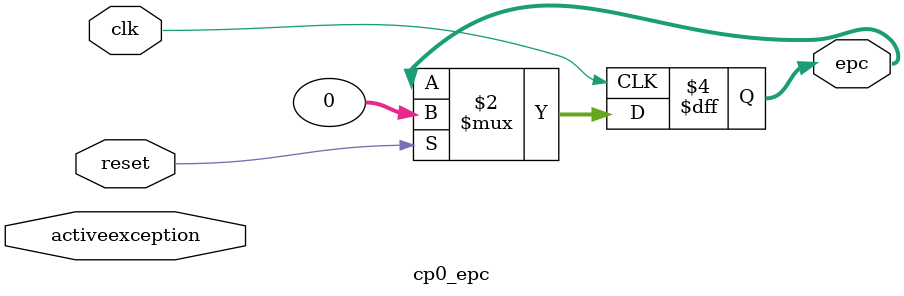
<source format=v>
module cp0_epc (
  input        clk,
  input        reset,
  input        activeexception,
  //input  [31:0] i_adress,
  output reg [31:0] epc
);

  always @(posedge clk) begin
    if (reset)
      epc <= 32'b0;
    //else if (activeexception)
      //epc <= i_adress;  // salva o PC da instrução que causou exceção
  end

endmodule

</source>
